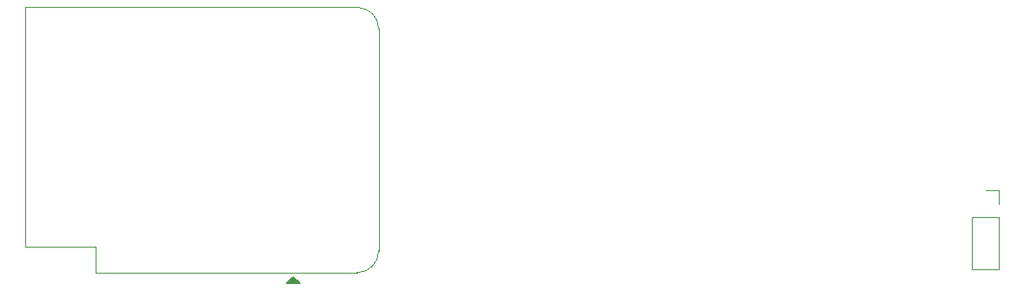
<source format=gbr>
%TF.GenerationSoftware,KiCad,Pcbnew,8.0.7-8.0.7-0~ubuntu22.04.1*%
%TF.CreationDate,2024-12-14T21:10:45+08:00*%
%TF.ProjectId,SmartClock,536d6172-7443-46c6-9f63-6b2e6b696361,rev?*%
%TF.SameCoordinates,Original*%
%TF.FileFunction,Legend,Bot*%
%TF.FilePolarity,Positive*%
%FSLAX46Y46*%
G04 Gerber Fmt 4.6, Leading zero omitted, Abs format (unit mm)*
G04 Created by KiCad (PCBNEW 8.0.7-8.0.7-0~ubuntu22.04.1) date 2024-12-14 21:10:45*
%MOMM*%
%LPD*%
G01*
G04 APERTURE LIST*
%ADD10C,0.120000*%
%ADD11C,0.150000*%
%ADD12C,3.200000*%
%ADD13R,1.700000X1.700000*%
%ADD14O,1.700000X1.700000*%
%ADD15R,2.000000X2.000000*%
%ADD16C,2.000000*%
%ADD17R,3.200000X2.000000*%
%ADD18O,1.600000X2.000000*%
G04 APERTURE END LIST*
D10*
%TO.C,J1*%
X187370000Y-118920000D02*
X190030000Y-118920000D01*
X187370000Y-124060000D02*
X187370000Y-118920000D01*
X187370000Y-124060000D02*
X190030000Y-124060000D01*
X188700000Y-116320000D02*
X190030000Y-116320000D01*
X190030000Y-116320000D02*
X190030000Y-117650000D01*
X190030000Y-124060000D02*
X190030000Y-118920000D01*
%TO.C,U2*%
X95160000Y-98490000D02*
X95160000Y-121810000D01*
X95160000Y-121810000D02*
X102060000Y-121810000D01*
X102060000Y-121810000D02*
X102060000Y-124350000D01*
X127490000Y-98490000D02*
X95160000Y-98490000D01*
X127490000Y-124350000D02*
X102060000Y-124350000D01*
X129620000Y-122220000D02*
X129620000Y-100610000D01*
X127490000Y-98490000D02*
G75*
G02*
X129620000Y-100620000I0J-2130000D01*
G01*
X129620000Y-122220000D02*
G75*
G02*
X127490000Y-124350000I-2130002J2D01*
G01*
D11*
X121915000Y-125390000D02*
X120645000Y-125390000D01*
X121280000Y-124755000D01*
X121915000Y-125390000D01*
G36*
X121915000Y-125390000D02*
G01*
X120645000Y-125390000D01*
X121280000Y-124755000D01*
X121915000Y-125390000D01*
G37*
%TD*%
%LPC*%
D12*
%TO.C,U1*%
X116750000Y-56000000D03*
X116750000Y-84500000D03*
X168750000Y-56000000D03*
X168750000Y-84500000D03*
D13*
X116250000Y-61360000D03*
D14*
X116250000Y-63900000D03*
X116250000Y-66440000D03*
X116250000Y-68980000D03*
X116250000Y-71520000D03*
X116250000Y-74060000D03*
X116250000Y-76600000D03*
X116250000Y-79140000D03*
D13*
X169250000Y-66440000D03*
D14*
X169250000Y-68980000D03*
X169250000Y-71520000D03*
X169250000Y-74060000D03*
%TD*%
D15*
%TO.C,SW1*%
X135250000Y-108500000D03*
D16*
X135250000Y-113500000D03*
X135250000Y-111000000D03*
D17*
X142750000Y-105400000D03*
X142750000Y-116600000D03*
D16*
X149750000Y-113500000D03*
X149750000Y-108500000D03*
%TD*%
D13*
%TO.C,J1*%
X188700000Y-117650000D03*
D14*
X188700000Y-120190000D03*
X188700000Y-122730000D03*
%TD*%
D15*
%TO.C,U2*%
X121280000Y-122850000D03*
D18*
X118740000Y-122850000D03*
X116200000Y-122850000D03*
X113660000Y-122850000D03*
X111120000Y-122850000D03*
X108580000Y-122850000D03*
X106040000Y-122850000D03*
X103500000Y-122850000D03*
X103500000Y-99990000D03*
X106040000Y-99990000D03*
X108580000Y-99990000D03*
X111120000Y-99990000D03*
X113660000Y-99990000D03*
X116200000Y-99990000D03*
X118740000Y-99990000D03*
X121280000Y-99990000D03*
%TD*%
%LPD*%
M02*

</source>
